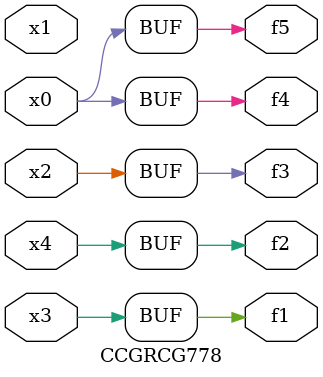
<source format=v>
module CCGRCG778(
	input x0, x1, x2, x3, x4,
	output f1, f2, f3, f4, f5
);
	assign f1 = x3;
	assign f2 = x4;
	assign f3 = x2;
	assign f4 = x0;
	assign f5 = x0;
endmodule

</source>
